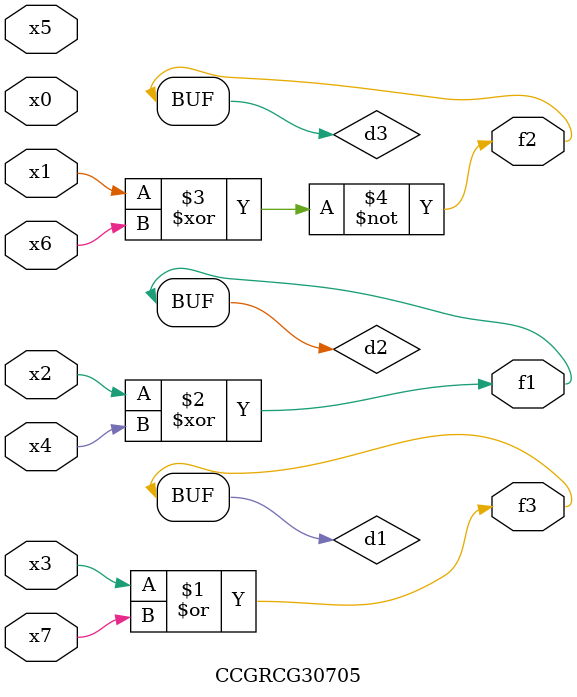
<source format=v>
module CCGRCG30705(
	input x0, x1, x2, x3, x4, x5, x6, x7,
	output f1, f2, f3
);

	wire d1, d2, d3;

	or (d1, x3, x7);
	xor (d2, x2, x4);
	xnor (d3, x1, x6);
	assign f1 = d2;
	assign f2 = d3;
	assign f3 = d1;
endmodule

</source>
